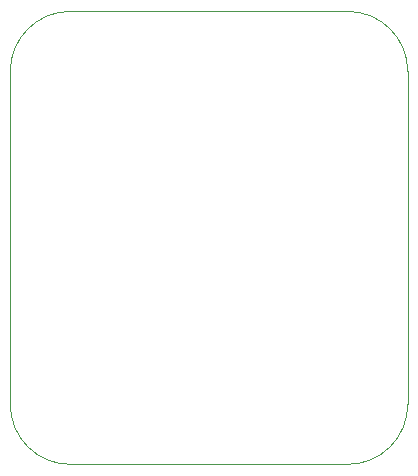
<source format=gbr>
%TF.GenerationSoftware,KiCad,Pcbnew,(5.1.7)-1*%
%TF.CreationDate,2020-10-22T11:01:39-05:00*%
%TF.ProjectId,Fuzz,46757a7a-2e6b-4696-9361-645f70636258,rev?*%
%TF.SameCoordinates,Original*%
%TF.FileFunction,Profile,NP*%
%FSLAX46Y46*%
G04 Gerber Fmt 4.6, Leading zero omitted, Abs format (unit mm)*
G04 Created by KiCad (PCBNEW (5.1.7)-1) date 2020-10-22 11:01:39*
%MOMM*%
%LPD*%
G01*
G04 APERTURE LIST*
%TA.AperFunction,Profile*%
%ADD10C,0.050000*%
%TD*%
G04 APERTURE END LIST*
D10*
X120650000Y-114300000D02*
X120650000Y-86106000D01*
X154305000Y-86106000D02*
X154305000Y-114300000D01*
X125730000Y-81026000D02*
X149225000Y-81026000D01*
X125730000Y-119380000D02*
X149225000Y-119380000D01*
X120650000Y-86106000D02*
G75*
G02*
X125730000Y-81026000I5080000J0D01*
G01*
X149225000Y-81026000D02*
G75*
G02*
X154305000Y-86106000I0J-5080000D01*
G01*
X154305000Y-114300000D02*
G75*
G02*
X149225000Y-119380000I-5080000J0D01*
G01*
X125730000Y-119380000D02*
G75*
G02*
X120650000Y-114300000I0J5080000D01*
G01*
M02*

</source>
